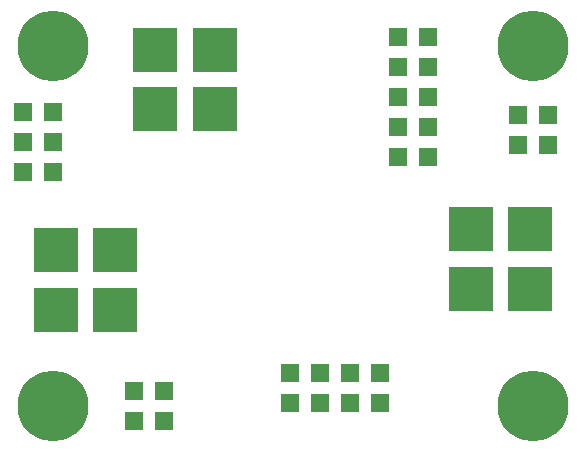
<source format=gbr>
G04 #@! TF.FileFunction,Soldermask,Top*
%FSLAX46Y46*%
G04 Gerber Fmt 4.6, Leading zero omitted, Abs format (unit mm)*
G04 Created by KiCad (PCBNEW 0.201503251001+5534~22~ubuntu14.04.1-product) date Čt 26. březen 2015, 00:04:57 CET*
%MOMM*%
G01*
G04 APERTURE LIST*
%ADD10C,0.300000*%
%ADD11R,3.810000X3.810000*%
%ADD12C,6.000000*%
%ADD13R,1.524000X1.524000*%
G04 APERTURE END LIST*
D10*
D11*
X13716000Y35226000D03*
X13716000Y30226000D03*
X18796000Y35226000D03*
X18796000Y30226000D03*
D12*
X45720000Y35560000D03*
X45720000Y5080000D03*
X5080000Y35560000D03*
X5080000Y5080000D03*
D13*
X27686000Y5334000D03*
X27686000Y7874000D03*
D11*
X10334000Y18288000D03*
X5334000Y18288000D03*
X10334000Y13208000D03*
X5334000Y13208000D03*
X40466000Y20066000D03*
X45466000Y20066000D03*
X40466000Y14986000D03*
X45466000Y14986000D03*
D13*
X25146000Y7874000D03*
X25146000Y5334000D03*
X30226000Y5334000D03*
X30226000Y7874000D03*
X11938000Y3810000D03*
X11938000Y6350000D03*
X14478000Y3810000D03*
X14478000Y6350000D03*
X34290000Y31242000D03*
X36830000Y31242000D03*
X34290000Y36322000D03*
X36830000Y36322000D03*
X34290000Y33782000D03*
X36830000Y33782000D03*
X34290000Y28702000D03*
X36830000Y28702000D03*
X32766000Y5334000D03*
X32766000Y7874000D03*
X44450000Y27178000D03*
X46990000Y27178000D03*
X44450000Y29718000D03*
X46990000Y29718000D03*
X34290000Y26162000D03*
X36830000Y26162000D03*
X2540000Y29972000D03*
X5080000Y29972000D03*
X2540000Y27432000D03*
X5080000Y27432000D03*
X2540000Y24892000D03*
X5080000Y24892000D03*
M02*

</source>
